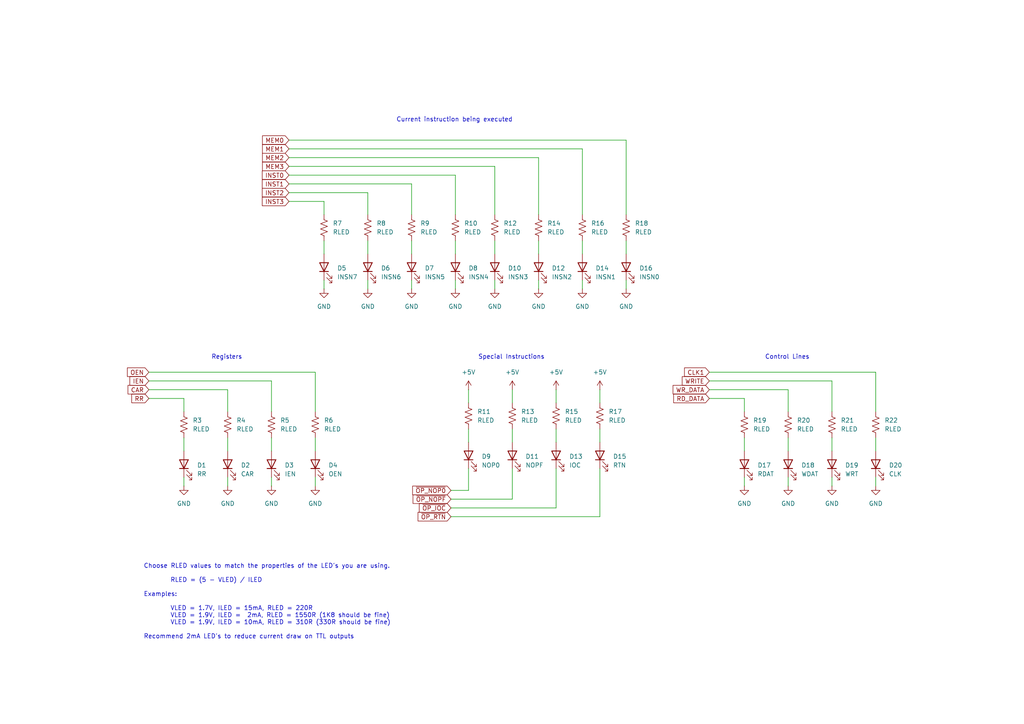
<source format=kicad_sch>
(kicad_sch (version 20231120) (generator "eeschema") (generator_version "8.0")
  (paper "A4")
  (title_block (title "UE1-TTL Clock and Front Panel") (date "2025") (rev "1") (comment 1 "Copyright (c) 2025 Rhys Weatherley"))
  (lib_symbols
    (symbol "Device:LED" (pin_numbers hide) (pin_names (offset 1.016) hide)
      (property "Reference" "D" (at 0 2.54 0))
      (property "Value" "LED" (at 0 -2.54 0))
      (symbol "LED_0_1"
        (polyline (pts (xy -1.27 -1.27) (xy -1.27 1.27)) (stroke (width 0.254)))
        (polyline (pts (xy -1.27 0) (xy 1.27 0)))
        (polyline (pts (xy 1.27 -1.27) (xy 1.27 1.27) (xy -1.27 0) (xy 1.27 -1.27)) (stroke (width 0.254)))
        (polyline (pts (xy -3.048 -0.762) (xy -4.572 -2.286) (xy -3.81 -2.286) (xy -4.572 -2.286) (xy -4.572 -1.524)))
        (polyline (pts (xy -1.778 -0.762) (xy -3.302 -2.286) (xy -2.54 -2.286) (xy -3.302 -2.286) (xy -3.302 -1.524)))
      )
      (symbol "LED_1_1"
        (pin passive line (at -3.81 0 0) (length 2.54) (name "K") (number "1"))
        (pin passive line (at 3.81 0 180) (length 2.54) (name "A") (number "2"))
      )
    )
    (symbol "Device:R_US" (pin_numbers hide) (pin_names (offset 0))
      (property "Reference" "R" (at 2.54 0 90))
      (property "Value" "R_US" (at -2.54 0 90))
      (symbol "R_US_0_1"
        (polyline (pts (xy 0 -2.286) (xy 0 -2.54)))
        (polyline (pts (xy 0 2.286) (xy 0 2.54)))
        (polyline (pts (xy 0 -0.762) (xy 1.016 -1.143) (xy 0 -1.524) (xy -1.016 -1.905) (xy 0 -2.286)))
        (polyline (pts (xy 0 0.762) (xy 1.016 0.381) (xy 0 0) (xy -1.016 -0.381) (xy 0 -0.762)))
        (polyline (pts (xy 0 2.286) (xy 1.016 1.905) (xy 0 1.524) (xy -1.016 1.143) (xy 0 0.762)))
      )
      (symbol "R_US_1_1"
        (pin passive line (at 0 3.81 270) (length 1.27) (name "~") (number "1"))
        (pin passive line (at 0 -3.81 90) (length 1.27) (name "~") (number "2"))
      )
    )
    (symbol "power:+5V" (power) (pin_numbers hide) (pin_names (offset 0) hide)
      (property "Value" "+5V" (at 0 3.556 0))
      (symbol "+5V_0_1"
        (polyline (pts (xy -0.762 1.27) (xy 0 2.54)))
        (polyline (pts (xy 0 0) (xy 0 2.54)))
        (polyline (pts (xy 0 2.54) (xy 0.762 1.27)))
      )
      (symbol "+5V_1_1"
        (pin power_in line (at 0 0 90) (length 0) (name "~") (number "1"))
      )
    )
    (symbol "power:GND" (power) (pin_numbers hide) (pin_names (offset 0) hide)
      (property "Value" "GND" (at 0 -3.81 0))
      (symbol "GND_0_1"
        (polyline (pts (xy 0 0) (xy 0 -1.27) (xy 1.27 -1.27) (xy 0 -2.54) (xy -1.27 -1.27) (xy 0 -1.27)))
      )
      (symbol "GND_1_1"
        (pin power_in line (at 0 0 270) (length 0) (name "~") (number "1"))
      )
    )
  )
  (wire (pts (xy 215.9 138.43) (xy 215.9 140.97)))
  (wire (pts (xy 83.82 48.26) (xy 143.51 48.26)))
  (wire (pts (xy 254 138.43) (xy 254 140.97)))
  (wire (pts (xy 66.04 127) (xy 66.04 130.81)))
  (wire (pts (xy 132.08 81.28) (xy 132.08 83.82)))
  (wire (pts (xy 168.91 43.18) (xy 168.91 62.23)))
  (wire (pts (xy 143.51 81.28) (xy 143.51 83.82)))
  (wire (pts (xy 83.82 43.18) (xy 168.91 43.18)))
  (wire (pts (xy 143.51 48.26) (xy 143.51 62.23)))
  (wire (pts (xy 43.18 115.57) (xy 53.34 115.57)))
  (wire (pts (xy 119.38 69.85) (xy 119.38 73.66)))
  (wire (pts (xy 181.61 69.85) (xy 181.61 73.66)))
  (wire (pts (xy 228.6 127) (xy 228.6 130.81)))
  (wire (pts (xy 156.21 45.72) (xy 156.21 62.23)))
  (wire (pts (xy 135.89 135.89) (xy 135.89 142.24)))
  (wire (pts (xy 148.59 124.46) (xy 148.59 128.27)))
  (wire (pts (xy 43.18 107.95) (xy 91.44 107.95)))
  (wire (pts (xy 135.89 113.03) (xy 135.89 116.84)))
  (wire (pts (xy 66.04 113.03) (xy 66.04 119.38)))
  (wire (pts (xy 173.99 124.46) (xy 173.99 128.27)))
  (wire (pts (xy 119.38 81.28) (xy 119.38 83.82)))
  (wire (pts (xy 161.29 135.89) (xy 161.29 147.32)))
  (wire (pts (xy 83.82 40.64) (xy 181.61 40.64)))
  (wire (pts (xy 106.68 55.88) (xy 106.68 62.23)))
  (wire (pts (xy 205.74 110.49) (xy 241.3 110.49)))
  (wire (pts (xy 83.82 55.88) (xy 106.68 55.88)))
  (wire (pts (xy 228.6 138.43) (xy 228.6 140.97)))
  (wire (pts (xy 83.82 58.42) (xy 93.98 58.42)))
  (wire (pts (xy 91.44 127) (xy 91.44 130.81)))
  (wire (pts (xy 132.08 50.8) (xy 132.08 62.23)))
  (wire (pts (xy 78.74 110.49) (xy 78.74 119.38)))
  (wire (pts (xy 119.38 53.34) (xy 119.38 62.23)))
  (wire (pts (xy 53.34 127) (xy 53.34 130.81)))
  (wire (pts (xy 254 107.95) (xy 254 119.38)))
  (wire (pts (xy 132.08 69.85) (xy 132.08 73.66)))
  (wire (pts (xy 53.34 138.43) (xy 53.34 140.97)))
  (wire (pts (xy 241.3 110.49) (xy 241.3 119.38)))
  (wire (pts (xy 83.82 45.72) (xy 156.21 45.72)))
  (wire (pts (xy 106.68 69.85) (xy 106.68 73.66)))
  (wire (pts (xy 156.21 81.28) (xy 156.21 83.82)))
  (wire (pts (xy 91.44 138.43) (xy 91.44 140.97)))
  (wire (pts (xy 173.99 113.03) (xy 173.99 116.84)))
  (wire (pts (xy 205.74 107.95) (xy 254 107.95)))
  (wire (pts (xy 106.68 81.28) (xy 106.68 83.82)))
  (wire (pts (xy 53.34 115.57) (xy 53.34 119.38)))
  (wire (pts (xy 181.61 40.64) (xy 181.61 62.23)))
  (wire (pts (xy 93.98 81.28) (xy 93.98 83.82)))
  (wire (pts (xy 83.82 53.34) (xy 119.38 53.34)))
  (wire (pts (xy 78.74 138.43) (xy 78.74 140.97)))
  (wire (pts (xy 130.81 142.24) (xy 135.89 142.24)))
  (wire (pts (xy 156.21 69.85) (xy 156.21 73.66)))
  (wire (pts (xy 205.74 113.03) (xy 228.6 113.03)))
  (wire (pts (xy 43.18 110.49) (xy 78.74 110.49)))
  (wire (pts (xy 130.81 144.78) (xy 148.59 144.78)))
  (wire (pts (xy 135.89 124.46) (xy 135.89 128.27)))
  (wire (pts (xy 168.91 69.85) (xy 168.91 73.66)))
  (wire (pts (xy 78.74 127) (xy 78.74 130.81)))
  (wire (pts (xy 130.81 149.86) (xy 173.99 149.86)))
  (wire (pts (xy 143.51 69.85) (xy 143.51 73.66)))
  (wire (pts (xy 173.99 135.89) (xy 173.99 149.86)))
  (wire (pts (xy 83.82 50.8) (xy 132.08 50.8)))
  (wire (pts (xy 254 127) (xy 254 130.81)))
  (wire (pts (xy 91.44 107.95) (xy 91.44 119.38)))
  (wire (pts (xy 168.91 81.28) (xy 168.91 83.82)))
  (wire (pts (xy 181.61 81.28) (xy 181.61 83.82)))
  (wire (pts (xy 161.29 113.03) (xy 161.29 116.84)))
  (wire (pts (xy 215.9 115.57) (xy 215.9 119.38)))
  (wire (pts (xy 228.6 113.03) (xy 228.6 119.38)))
  (wire (pts (xy 148.59 135.89) (xy 148.59 144.78)))
  (wire (pts (xy 161.29 124.46) (xy 161.29 128.27)))
  (wire (pts (xy 43.18 113.03) (xy 66.04 113.03)))
  (wire (pts (xy 66.04 138.43) (xy 66.04 140.97)))
  (wire (pts (xy 93.98 69.85) (xy 93.98 73.66)))
  (wire (pts (xy 241.3 138.43) (xy 241.3 140.97)))
  (wire (pts (xy 130.81 147.32) (xy 161.29 147.32)))
  (wire (pts (xy 215.9 127) (xy 215.9 130.81)))
  (wire (pts (xy 205.74 115.57) (xy 215.9 115.57)))
  (wire (pts (xy 93.98 58.42) (xy 93.98 62.23)))
  (wire (pts (xy 148.59 113.03) (xy 148.59 116.84)))
  (wire (pts (xy 241.3 127) (xy 241.3 130.81)))
  (text "Choose RLED values to match the properties of the LED's you are using.\n\n        RLED = (5 - VLED) / ILED\n\nExamples:\n\n        VLED = 1.7V, ILED = 15mA, RLED = 220R\n        VLED = 1.9V, ILED =  2mA, RLED = 1550R (1K8 should be fine)\n        VLED = 1.9V, ILED = 10mA, RLED = 310R (330R should be fine)\n\nRecommend 2mA LED's to reduce current draw on TTL outputs" (at 41.656 174.498 0) (effects (font (size 1.27 1.27)) (justify left)))
  (text "Registers" (at 65.786 103.632 0) (effects (font (size 1.27 1.27))))
  (text "Special Instructions" (at 148.336 103.632 0) (effects (font (size 1.27 1.27))))
  (text "Control Lines" (at 228.346 103.632 0) (effects (font (size 1.27 1.27))))
  (text "Current instruction being executed" (at 131.826 34.798 0) (effects (font (size 1.27 1.27))))
  (global_label "RR" (shape input) (at 43.18 115.57 180) (property "Intersheetrefs" "${INTERSHEET_REFS}" (effects (hide yes))))
  (global_label "MEM1" (shape input) (at 83.82 43.18 180) (property "Intersheetrefs" "${INTERSHEET_REFS}" (effects (hide yes))))
  (global_label "INST0" (shape input) (at 83.82 50.8 180) (property "Intersheetrefs" "${INTERSHEET_REFS}" (effects (hide yes))))
  (global_label "CAR" (shape input) (at 43.18 113.03 180) (property "Intersheetrefs" "${INTERSHEET_REFS}" (effects (hide yes))))
  (global_label "MEM2" (shape input) (at 83.82 45.72 180) (property "Intersheetrefs" "${INTERSHEET_REFS}" (effects (hide yes))))
  (global_label "RD_DATA" (shape input) (at 205.74 115.57 180) (property "Intersheetrefs" "${INTERSHEET_REFS}" (effects (hide yes))))
  (global_label "CLK1" (shape input) (at 205.74 107.95 180) (property "Intersheetrefs" "${INTERSHEET_REFS}" (effects (hide yes))))
  (global_label "~{OP_IOC}" (shape input) (at 130.81 147.32 180) (property "Intersheetrefs" "${INTERSHEET_REFS}" (effects (hide yes))))
  (global_label "IEN" (shape input) (at 43.18 110.49 180) (property "Intersheetrefs" "${INTERSHEET_REFS}" (effects (hide yes))))
  (global_label "WR_DATA" (shape input) (at 205.74 113.03 180) (property "Intersheetrefs" "${INTERSHEET_REFS}" (effects (hide yes))))
  (global_label "~{OP_RTN}" (shape input) (at 130.81 149.86 180) (property "Intersheetrefs" "${INTERSHEET_REFS}" (effects (hide yes))))
  (global_label "INST1" (shape input) (at 83.82 53.34 180) (property "Intersheetrefs" "${INTERSHEET_REFS}" (effects (hide yes))))
  (global_label "OEN" (shape input) (at 43.18 107.95 180) (property "Intersheetrefs" "${INTERSHEET_REFS}" (effects (hide yes))))
  (global_label "~{OP_NOP0}" (shape input) (at 130.81 142.24 180) (property "Intersheetrefs" "${INTERSHEET_REFS}" (effects (hide yes))))
  (global_label "WRITE" (shape input) (at 205.74 110.49 180) (property "Intersheetrefs" "${INTERSHEET_REFS}" (effects (hide yes))))
  (global_label "MEM0" (shape input) (at 83.82 40.64 180) (property "Intersheetrefs" "${INTERSHEET_REFS}" (effects (hide yes))))
  (global_label "INST3" (shape input) (at 83.82 58.42 180) (property "Intersheetrefs" "${INTERSHEET_REFS}" (effects (hide yes))))
  (global_label "~{OP_NOPF}" (shape input) (at 130.81 144.78 180) (property "Intersheetrefs" "${INTERSHEET_REFS}" (effects (hide yes))))
  (global_label "MEM3" (shape input) (at 83.82 48.26 180) (property "Intersheetrefs" "${INTERSHEET_REFS}" (effects (hide yes))))
  (global_label "INST2" (shape input) (at 83.82 55.88 180) (property "Intersheetrefs" "${INTERSHEET_REFS}" (effects (hide yes))))
  (symbol (lib_id "Device:LED") (at 161.29 132.08 90) (unit 1)
    (property "Reference" "D13" (at 165.1 132.3974 90) (effects (justify right)))
    (property "Value" "IOC" (at 165.1 134.9374 90) (effects (justify right)))
    (property "Footprint" "LED_THT:LED_D3.0mm" (effects (hide yes)))
    (property "Description" "Light emitting diode" (effects (hide yes)))
  )
  (symbol (lib_id "Device:LED") (at 66.04 134.62 90) (unit 1)
    (property "Reference" "D2" (at 69.85 134.9374 90) (effects (justify right)))
    (property "Value" "CAR" (at 69.85 137.4774 90) (effects (justify right)))
    (property "Footprint" "LED_THT:LED_D3.0mm" (effects (hide yes)))
    (property "Description" "Light emitting diode" (effects (hide yes)))
  )
  (symbol (lib_id "Device:R_US") (at 53.34 123.19 0) (unit 1)
    (property "Reference" "R3" (at 55.88 121.9199 0) (effects (justify left)))
    (property "Value" "RLED" (at 55.88 124.4599 0) (effects (justify left)))
    (property "Footprint" "Resistor_THT:R_Axial_DIN0207_L6.3mm_D2.5mm_P7.62mm_Horizontal" (effects (hide yes)))
    (property "Description" "Resistor, US symbol" (effects (hide yes)))
  )
  (symbol (lib_id "Device:LED") (at 148.59 132.08 90) (unit 1)
    (property "Reference" "D11" (at 152.4 132.3974 90) (effects (justify right)))
    (property "Value" "NOPF" (at 152.4 134.9374 90) (effects (justify right)))
    (property "Footprint" "LED_THT:LED_D3.0mm" (effects (hide yes)))
    (property "Description" "Light emitting diode" (effects (hide yes)))
  )
  (symbol (lib_id "Device:LED") (at 135.89 132.08 90) (unit 1)
    (property "Reference" "D9" (at 139.7 132.3974 90) (effects (justify right)))
    (property "Value" "NOP0" (at 139.7 134.9374 90) (effects (justify right)))
    (property "Footprint" "LED_THT:LED_D3.0mm" (effects (hide yes)))
    (property "Description" "Light emitting diode" (effects (hide yes)))
  )
  (symbol (lib_id "Device:LED") (at 93.98 77.47 90) (unit 1)
    (property "Reference" "D5" (at 97.79 77.7874 90) (effects (justify right)))
    (property "Value" "INSN7" (at 97.79 80.3274 90) (effects (justify right)))
    (property "Footprint" "LED_THT:LED_D3.0mm" (effects (hide yes)))
    (property "Description" "Light emitting diode" (effects (hide yes)))
  )
  (symbol (lib_id "Device:LED") (at 173.99 132.08 90) (unit 1)
    (property "Reference" "D15" (at 177.8 132.3974 90) (effects (justify right)))
    (property "Value" "RTN" (at 177.8 134.9374 90) (effects (justify right)))
    (property "Footprint" "LED_THT:LED_D3.0mm" (effects (hide yes)))
    (property "Description" "Light emitting diode" (effects (hide yes)))
  )
  (symbol (lib_id "power:GND") (at 228.6 140.97 0) (unit 1)
    (property "Reference" "#PWR42" (effects (hide yes)))
    (property "Value" "GND" (at 228.6 146.05 0))
    (property "Description" "Power symbol creates a global label with name \"GND\" , ground" (effects (hide yes)))
  )
  (symbol (lib_id "Device:R_US") (at 143.51 66.04 0) (unit 1)
    (property "Reference" "R12" (at 146.05 64.7699 0) (effects (justify left)))
    (property "Value" "RLED" (at 146.05 67.3099 0) (effects (justify left)))
    (property "Footprint" "Resistor_THT:R_Axial_DIN0207_L6.3mm_D2.5mm_P7.62mm_Horizontal" (effects (hide yes)))
    (property "Description" "Resistor, US symbol" (effects (hide yes)))
  )
  (symbol (lib_id "power:GND") (at 78.74 140.97 0) (unit 1)
    (property "Reference" "#PWR27" (effects (hide yes)))
    (property "Value" "GND" (at 78.74 146.05 0))
    (property "Description" "Power symbol creates a global label with name \"GND\" , ground" (effects (hide yes)))
  )
  (symbol (lib_id "Device:R_US") (at 132.08 66.04 0) (unit 1)
    (property "Reference" "R10" (at 134.62 64.7699 0) (effects (justify left)))
    (property "Value" "RLED" (at 134.62 67.3099 0) (effects (justify left)))
    (property "Footprint" "Resistor_THT:R_Axial_DIN0207_L6.3mm_D2.5mm_P7.62mm_Horizontal" (effects (hide yes)))
    (property "Description" "Resistor, US symbol" (effects (hide yes)))
  )
  (symbol (lib_id "Device:LED") (at 132.08 77.47 90) (unit 1)
    (property "Reference" "D8" (at 135.89 77.7874 90) (effects (justify right)))
    (property "Value" "INSN4" (at 135.89 80.3274 90) (effects (justify right)))
    (property "Footprint" "LED_THT:LED_D3.0mm" (effects (hide yes)))
    (property "Description" "Light emitting diode" (effects (hide yes)))
  )
  (symbol (lib_id "Device:LED") (at 228.6 134.62 90) (unit 1)
    (property "Reference" "D18" (at 232.41 134.9374 90) (effects (justify right)))
    (property "Value" "WDAT" (at 232.41 137.4774 90) (effects (justify right)))
    (property "Footprint" "LED_THT:LED_D3.0mm" (effects (hide yes)))
    (property "Description" "Light emitting diode" (effects (hide yes)))
  )
  (symbol (lib_id "power:GND") (at 106.68 83.82 0) (unit 1)
    (property "Reference" "#PWR30" (effects (hide yes)))
    (property "Value" "GND" (at 106.68 88.9 0))
    (property "Description" "Power symbol creates a global label with name \"GND\" , ground" (effects (hide yes)))
  )
  (symbol (lib_id "Device:R_US") (at 254 123.19 0) (unit 1)
    (property "Reference" "R22" (at 256.54 121.9199 0) (effects (justify left)))
    (property "Value" "RLED" (at 256.54 124.4599 0) (effects (justify left)))
    (property "Footprint" "Resistor_THT:R_Axial_DIN0207_L6.3mm_D2.5mm_P7.62mm_Horizontal" (effects (hide yes)))
    (property "Description" "Resistor, US symbol" (effects (hide yes)))
  )
  (symbol (lib_id "power:GND") (at 66.04 140.97 0) (unit 1)
    (property "Reference" "#PWR26" (effects (hide yes)))
    (property "Value" "GND" (at 66.04 146.05 0))
    (property "Description" "Power symbol creates a global label with name \"GND\" , ground" (effects (hide yes)))
  )
  (symbol (lib_id "Device:R_US") (at 93.98 66.04 0) (unit 1)
    (property "Reference" "R7" (at 96.52 64.7699 0) (effects (justify left)))
    (property "Value" "RLED" (at 96.52 67.3099 0) (effects (justify left)))
    (property "Footprint" "Resistor_THT:R_Axial_DIN0207_L6.3mm_D2.5mm_P7.62mm_Horizontal" (effects (hide yes)))
    (property "Description" "Resistor, US symbol" (effects (hide yes)))
  )
  (symbol (lib_id "Device:LED") (at 119.38 77.47 90) (unit 1)
    (property "Reference" "D7" (at 123.19 77.7874 90) (effects (justify right)))
    (property "Value" "INSN5" (at 123.19 80.3274 90) (effects (justify right)))
    (property "Footprint" "LED_THT:LED_D3.0mm" (effects (hide yes)))
    (property "Description" "Light emitting diode" (effects (hide yes)))
  )
  (symbol (lib_id "Device:LED") (at 106.68 77.47 90) (unit 1)
    (property "Reference" "D6" (at 110.49 77.7874 90) (effects (justify right)))
    (property "Value" "INSN6" (at 110.49 80.3274 90) (effects (justify right)))
    (property "Footprint" "LED_THT:LED_D3.0mm" (effects (hide yes)))
    (property "Description" "Light emitting diode" (effects (hide yes)))
  )
  (symbol (lib_id "Device:R_US") (at 156.21 66.04 0) (unit 1)
    (property "Reference" "R14" (at 158.75 64.7699 0) (effects (justify left)))
    (property "Value" "RLED" (at 158.75 67.3099 0) (effects (justify left)))
    (property "Footprint" "Resistor_THT:R_Axial_DIN0207_L6.3mm_D2.5mm_P7.62mm_Horizontal" (effects (hide yes)))
    (property "Description" "Resistor, US symbol" (effects (hide yes)))
  )
  (symbol (lib_id "Device:LED") (at 156.21 77.47 90) (unit 1)
    (property "Reference" "D12" (at 160.02 77.7874 90) (effects (justify right)))
    (property "Value" "INSN2" (at 160.02 80.3274 90) (effects (justify right)))
    (property "Footprint" "LED_THT:LED_D3.0mm" (effects (hide yes)))
    (property "Description" "Light emitting diode" (effects (hide yes)))
  )
  (symbol (lib_id "Device:LED") (at 91.44 134.62 90) (unit 1)
    (property "Reference" "D4" (at 95.25 134.9374 90) (effects (justify right)))
    (property "Value" "OEN" (at 95.25 137.4774 90) (effects (justify right)))
    (property "Footprint" "LED_THT:LED_D3.0mm" (effects (hide yes)))
    (property "Description" "Light emitting diode" (effects (hide yes)))
  )
  (symbol (lib_id "Device:R_US") (at 173.99 120.65 0) (unit 1)
    (property "Reference" "R17" (at 176.53 119.3799 0) (effects (justify left)))
    (property "Value" "RLED" (at 176.53 121.9199 0) (effects (justify left)))
    (property "Footprint" "Resistor_THT:R_Axial_DIN0207_L6.3mm_D2.5mm_P7.62mm_Horizontal" (effects (hide yes)))
    (property "Description" "Resistor, US symbol" (effects (hide yes)))
  )
  (symbol (lib_id "power:GND") (at 254 140.97 0) (unit 1)
    (property "Reference" "#PWR44" (effects (hide yes)))
    (property "Value" "GND" (at 254 146.05 0))
    (property "Description" "Power symbol creates a global label with name \"GND\" , ground" (effects (hide yes)))
  )
  (symbol (lib_id "Device:R_US") (at 161.29 120.65 0) (unit 1)
    (property "Reference" "R15" (at 163.83 119.3799 0) (effects (justify left)))
    (property "Value" "RLED" (at 163.83 121.9199 0) (effects (justify left)))
    (property "Footprint" "Resistor_THT:R_Axial_DIN0207_L6.3mm_D2.5mm_P7.62mm_Horizontal" (effects (hide yes)))
    (property "Description" "Resistor, US symbol" (effects (hide yes)))
  )
  (symbol (lib_id "power:+5V") (at 148.59 113.03 0) (unit 1)
    (property "Reference" "#PWR35" (effects (hide yes)))
    (property "Value" "+5V" (at 148.59 107.95 0))
    (property "Description" "Power symbol creates a global label with name \"+5V\"" (effects (hide yes)))
  )
  (symbol (lib_id "Device:R_US") (at 215.9 123.19 0) (unit 1)
    (property "Reference" "R19" (at 218.44 121.9199 0) (effects (justify left)))
    (property "Value" "RLED" (at 218.44 124.4599 0) (effects (justify left)))
    (property "Footprint" "Resistor_THT:R_Axial_DIN0207_L6.3mm_D2.5mm_P7.62mm_Horizontal" (effects (hide yes)))
    (property "Description" "Resistor, US symbol" (effects (hide yes)))
  )
  (symbol (lib_id "Device:LED") (at 241.3 134.62 90) (unit 1)
    (property "Reference" "D19" (at 245.11 134.9374 90) (effects (justify right)))
    (property "Value" "WRT" (at 245.11 137.4774 90) (effects (justify right)))
    (property "Footprint" "LED_THT:LED_D3.0mm" (effects (hide yes)))
    (property "Description" "Light emitting diode" (effects (hide yes)))
  )
  (symbol (lib_id "power:GND") (at 143.51 83.82 0) (unit 1)
    (property "Reference" "#PWR34" (effects (hide yes)))
    (property "Value" "GND" (at 143.51 88.9 0))
    (property "Description" "Power symbol creates a global label with name \"GND\" , ground" (effects (hide yes)))
  )
  (symbol (lib_id "power:+5V") (at 173.99 113.03 0) (unit 1)
    (property "Reference" "#PWR39" (effects (hide yes)))
    (property "Value" "+5V" (at 173.99 107.95 0))
    (property "Description" "Power symbol creates a global label with name \"+5V\"" (effects (hide yes)))
  )
  (symbol (lib_id "Device:LED") (at 78.74 134.62 90) (unit 1)
    (property "Reference" "D3" (at 82.55 134.9374 90) (effects (justify right)))
    (property "Value" "IEN" (at 82.55 137.4774 90) (effects (justify right)))
    (property "Footprint" "LED_THT:LED_D3.0mm" (effects (hide yes)))
    (property "Description" "Light emitting diode" (effects (hide yes)))
  )
  (symbol (lib_id "Device:R_US") (at 228.6 123.19 0) (unit 1)
    (property "Reference" "R20" (at 231.14 121.9199 0) (effects (justify left)))
    (property "Value" "RLED" (at 231.14 124.4599 0) (effects (justify left)))
    (property "Footprint" "Resistor_THT:R_Axial_DIN0207_L6.3mm_D2.5mm_P7.62mm_Horizontal" (effects (hide yes)))
    (property "Description" "Resistor, US symbol" (effects (hide yes)))
  )
  (symbol (lib_id "Device:R_US") (at 148.59 120.65 0) (unit 1)
    (property "Reference" "R13" (at 151.13 119.3799 0) (effects (justify left)))
    (property "Value" "RLED" (at 151.13 121.9199 0) (effects (justify left)))
    (property "Footprint" "Resistor_THT:R_Axial_DIN0207_L6.3mm_D2.5mm_P7.62mm_Horizontal" (effects (hide yes)))
    (property "Description" "Resistor, US symbol" (effects (hide yes)))
  )
  (symbol (lib_id "Device:LED") (at 254 134.62 90) (unit 1)
    (property "Reference" "D20" (at 257.81 134.9374 90) (effects (justify right)))
    (property "Value" "CLK" (at 257.81 137.4774 90) (effects (justify right)))
    (property "Footprint" "LED_THT:LED_D3.0mm" (effects (hide yes)))
    (property "Description" "Light emitting diode" (effects (hide yes)))
  )
  (symbol (lib_id "Device:R_US") (at 135.89 120.65 0) (unit 1)
    (property "Reference" "R11" (at 138.43 119.3799 0) (effects (justify left)))
    (property "Value" "RLED" (at 138.43 121.9199 0) (effects (justify left)))
    (property "Footprint" "Resistor_THT:R_Axial_DIN0207_L6.3mm_D2.5mm_P7.62mm_Horizontal" (effects (hide yes)))
    (property "Description" "Resistor, US symbol" (effects (hide yes)))
  )
  (symbol (lib_id "power:GND") (at 241.3 140.97 0) (unit 1)
    (property "Reference" "#PWR43" (effects (hide yes)))
    (property "Value" "GND" (at 241.3 146.05 0))
    (property "Description" "Power symbol creates a global label with name \"GND\" , ground" (effects (hide yes)))
  )
  (symbol (lib_id "Device:R_US") (at 106.68 66.04 0) (unit 1)
    (property "Reference" "R8" (at 109.22 64.7699 0) (effects (justify left)))
    (property "Value" "RLED" (at 109.22 67.3099 0) (effects (justify left)))
    (property "Footprint" "Resistor_THT:R_Axial_DIN0207_L6.3mm_D2.5mm_P7.62mm_Horizontal" (effects (hide yes)))
    (property "Description" "Resistor, US symbol" (effects (hide yes)))
  )
  (symbol (lib_id "power:GND") (at 156.21 83.82 0) (unit 1)
    (property "Reference" "#PWR36" (effects (hide yes)))
    (property "Value" "GND" (at 156.21 88.9 0))
    (property "Description" "Power symbol creates a global label with name \"GND\" , ground" (effects (hide yes)))
  )
  (symbol (lib_id "Device:R_US") (at 91.44 123.19 0) (unit 1)
    (property "Reference" "R6" (at 93.98 121.9199 0) (effects (justify left)))
    (property "Value" "RLED" (at 93.98 124.4599 0) (effects (justify left)))
    (property "Footprint" "Resistor_THT:R_Axial_DIN0207_L6.3mm_D2.5mm_P7.62mm_Horizontal" (effects (hide yes)))
    (property "Description" "Resistor, US symbol" (effects (hide yes)))
  )
  (symbol (lib_id "Device:R_US") (at 168.91 66.04 0) (unit 1)
    (property "Reference" "R16" (at 171.45 64.7699 0) (effects (justify left)))
    (property "Value" "RLED" (at 171.45 67.3099 0) (effects (justify left)))
    (property "Footprint" "Resistor_THT:R_Axial_DIN0207_L6.3mm_D2.5mm_P7.62mm_Horizontal" (effects (hide yes)))
    (property "Description" "Resistor, US symbol" (effects (hide yes)))
  )
  (symbol (lib_id "power:GND") (at 93.98 83.82 0) (unit 1)
    (property "Reference" "#PWR29" (effects (hide yes)))
    (property "Value" "GND" (at 93.98 88.9 0))
    (property "Description" "Power symbol creates a global label with name \"GND\" , ground" (effects (hide yes)))
  )
  (symbol (lib_id "power:GND") (at 91.44 140.97 0) (unit 1)
    (property "Reference" "#PWR28" (effects (hide yes)))
    (property "Value" "GND" (at 91.44 146.05 0))
    (property "Description" "Power symbol creates a global label with name \"GND\" , ground" (effects (hide yes)))
  )
  (symbol (lib_id "power:GND") (at 215.9 140.97 0) (unit 1)
    (property "Reference" "#PWR41" (effects (hide yes)))
    (property "Value" "GND" (at 215.9 146.05 0))
    (property "Description" "Power symbol creates a global label with name \"GND\" , ground" (effects (hide yes)))
  )
  (symbol (lib_id "power:+5V") (at 161.29 113.03 0) (unit 1)
    (property "Reference" "#PWR37" (effects (hide yes)))
    (property "Value" "+5V" (at 161.29 107.95 0))
    (property "Description" "Power symbol creates a global label with name \"+5V\"" (effects (hide yes)))
  )
  (symbol (lib_id "power:GND") (at 53.34 140.97 0) (unit 1)
    (property "Reference" "#PWR25" (effects (hide yes)))
    (property "Value" "GND" (at 53.34 146.05 0))
    (property "Description" "Power symbol creates a global label with name \"GND\" , ground" (effects (hide yes)))
  )
  (symbol (lib_id "Device:LED") (at 53.34 134.62 90) (unit 1)
    (property "Reference" "D1" (at 57.15 134.9374 90) (effects (justify right)))
    (property "Value" "RR" (at 57.15 137.4774 90) (effects (justify right)))
    (property "Footprint" "LED_THT:LED_D3.0mm" (effects (hide yes)))
    (property "Description" "Light emitting diode" (effects (hide yes)))
  )
  (symbol (lib_id "Device:LED") (at 143.51 77.47 90) (unit 1)
    (property "Reference" "D10" (at 147.32 77.7874 90) (effects (justify right)))
    (property "Value" "INSN3" (at 147.32 80.3274 90) (effects (justify right)))
    (property "Footprint" "LED_THT:LED_D3.0mm" (effects (hide yes)))
    (property "Description" "Light emitting diode" (effects (hide yes)))
  )
  (symbol (lib_id "power:GND") (at 168.91 83.82 0) (unit 1)
    (property "Reference" "#PWR38" (effects (hide yes)))
    (property "Value" "GND" (at 168.91 88.9 0))
    (property "Description" "Power symbol creates a global label with name \"GND\" , ground" (effects (hide yes)))
  )
  (symbol (lib_id "power:GND") (at 119.38 83.82 0) (unit 1)
    (property "Reference" "#PWR31" (effects (hide yes)))
    (property "Value" "GND" (at 119.38 88.9 0))
    (property "Description" "Power symbol creates a global label with name \"GND\" , ground" (effects (hide yes)))
  )
  (symbol (lib_id "Device:LED") (at 168.91 77.47 90) (unit 1)
    (property "Reference" "D14" (at 172.72 77.7874 90) (effects (justify right)))
    (property "Value" "INSN1" (at 172.72 80.3274 90) (effects (justify right)))
    (property "Footprint" "LED_THT:LED_D3.0mm" (effects (hide yes)))
    (property "Description" "Light emitting diode" (effects (hide yes)))
  )
  (symbol (lib_id "power:GND") (at 181.61 83.82 0) (unit 1)
    (property "Reference" "#PWR40" (effects (hide yes)))
    (property "Value" "GND" (at 181.61 88.9 0))
    (property "Description" "Power symbol creates a global label with name \"GND\" , ground" (effects (hide yes)))
  )
  (symbol (lib_id "Device:LED") (at 181.61 77.47 90) (unit 1)
    (property "Reference" "D16" (at 185.42 77.7874 90) (effects (justify right)))
    (property "Value" "INSN0" (at 185.42 80.3274 90) (effects (justify right)))
    (property "Footprint" "LED_THT:LED_D3.0mm" (effects (hide yes)))
    (property "Description" "Light emitting diode" (effects (hide yes)))
  )
  (symbol (lib_id "Device:R_US") (at 78.74 123.19 0) (unit 1)
    (property "Reference" "R5" (at 81.28 121.9199 0) (effects (justify left)))
    (property "Value" "RLED" (at 81.28 124.4599 0) (effects (justify left)))
    (property "Footprint" "Resistor_THT:R_Axial_DIN0207_L6.3mm_D2.5mm_P7.62mm_Horizontal" (effects (hide yes)))
    (property "Description" "Resistor, US symbol" (effects (hide yes)))
  )
  (symbol (lib_id "Device:R_US") (at 241.3 123.19 0) (unit 1)
    (property "Reference" "R21" (at 243.84 121.9199 0) (effects (justify left)))
    (property "Value" "RLED" (at 243.84 124.4599 0) (effects (justify left)))
    (property "Footprint" "Resistor_THT:R_Axial_DIN0207_L6.3mm_D2.5mm_P7.62mm_Horizontal" (effects (hide yes)))
    (property "Description" "Resistor, US symbol" (effects (hide yes)))
  )
  (symbol (lib_id "Device:R_US") (at 119.38 66.04 0) (unit 1)
    (property "Reference" "R9" (at 121.92 64.7699 0) (effects (justify left)))
    (property "Value" "RLED" (at 121.92 67.3099 0) (effects (justify left)))
    (property "Footprint" "Resistor_THT:R_Axial_DIN0207_L6.3mm_D2.5mm_P7.62mm_Horizontal" (effects (hide yes)))
    (property "Description" "Resistor, US symbol" (effects (hide yes)))
  )
  (symbol (lib_id "power:+5V") (at 135.89 113.03 0) (unit 1)
    (property "Reference" "#PWR33" (effects (hide yes)))
    (property "Value" "+5V" (at 135.89 107.95 0))
    (property "Description" "Power symbol creates a global label with name \"+5V\"" (effects (hide yes)))
  )
  (symbol (lib_id "Device:LED") (at 215.9 134.62 90) (unit 1)
    (property "Reference" "D17" (at 219.71 134.9374 90) (effects (justify right)))
    (property "Value" "RDAT" (at 219.71 137.4774 90) (effects (justify right)))
    (property "Footprint" "LED_THT:LED_D3.0mm" (effects (hide yes)))
    (property "Description" "Light emitting diode" (effects (hide yes)))
  )
  (symbol (lib_id "Device:R_US") (at 66.04 123.19 0) (unit 1)
    (property "Reference" "R4" (at 68.58 121.9199 0) (effects (justify left)))
    (property "Value" "RLED" (at 68.58 124.4599 0) (effects (justify left)))
    (property "Footprint" "Resistor_THT:R_Axial_DIN0207_L6.3mm_D2.5mm_P7.62mm_Horizontal" (effects (hide yes)))
    (property "Description" "Resistor, US symbol" (effects (hide yes)))
  )
  (symbol (lib_id "Device:R_US") (at 181.61 66.04 0) (unit 1)
    (property "Reference" "R18" (at 184.15 64.7699 0) (effects (justify left)))
    (property "Value" "RLED" (at 184.15 67.3099 0) (effects (justify left)))
    (property "Footprint" "Resistor_THT:R_Axial_DIN0207_L6.3mm_D2.5mm_P7.62mm_Horizontal" (effects (hide yes)))
    (property "Description" "Resistor, US symbol" (effects (hide yes)))
  )
  (symbol (lib_id "power:GND") (at 132.08 83.82 0) (unit 1)
    (property "Reference" "#PWR32" (effects (hide yes)))
    (property "Value" "GND" (at 132.08 88.9 0))
    (property "Description" "Power symbol creates a global label with name \"GND\" , ground" (effects (hide yes)))
  )
)
</source>
